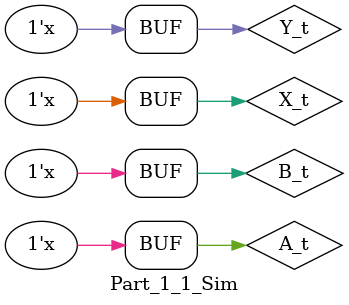
<source format=v>
module Part_1_1(
  input X,
  input Y,
  input A,
  input B,
  output F
  );
  wire X, Y, A, B, F;
  assign F = (X & ~A & ~B) | (Y & ~A & B) | (~X & A & B) | (Y & A & ~B);
endmodule

//  Multi-function logic gate simulation code
module Part_1_1_Sim(
  );
  reg X_t;
  reg Y_t;
  reg A_t;
  reg B_t;
  wire F_t;
  
  Part_1_1 UUT(
    .X(X_t),
    .Y(Y_t),
    .A(A_t),
    .B(B_t),
    .F(F_t)
    );
  initial begin
    X_t = 1'b0;
    Y_t = 1'b0;
    A_t = 1'b0;
    B_t = 1'b0;
  end
  
  always #200 X_t = ~X_t;
  always #100 Y_t = ~Y_t;
  always #50 A_t = ~A_t;
  always #25 B_t = ~B_t;
endmodule

</source>
